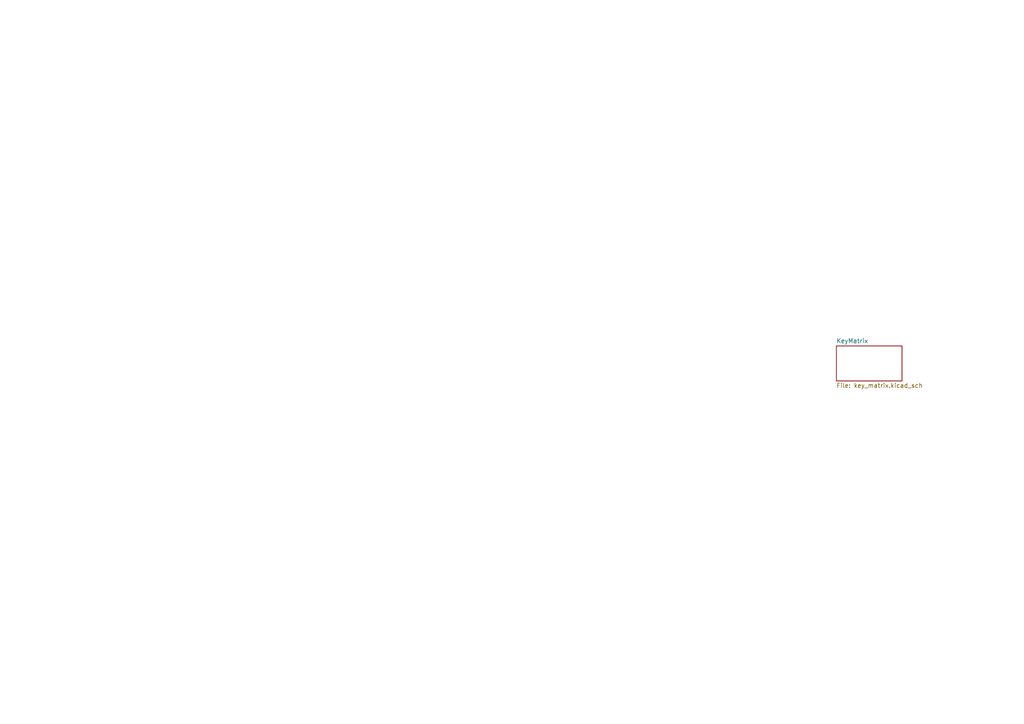
<source format=kicad_sch>
(kicad_sch
	(version 20231120)
	(generator "eeschema")
	(generator_version "8.0")
	(uuid "e20b4bcd-050f-4f09-93c0-c3407b1bfd64")
	(paper "A4")
	(title_block
		(title "Keyboard")
		(date "2024-06-29")
		(rev "v1.2")
		(company "Sebastian Fromm")
	)
	(lib_symbols)
	(sheet
		(at 242.57 100.33)
		(size 19.05 10.16)
		(fields_autoplaced yes)
		(stroke
			(width 0.1524)
			(type solid)
		)
		(fill
			(color 0 0 0 0.0000)
		)
		(uuid "5fa2ba01-f6ff-4bb3-a157-f552b5714e7d")
		(property "Sheetname" "KeyMatrix"
			(at 242.57 99.6184 0)
			(effects
				(font
					(size 1.27 1.27)
				)
				(justify left bottom)
			)
		)
		(property "Sheetfile" "key_matrix.kicad_sch"
			(at 242.57 111.0746 0)
			(effects
				(font
					(size 1.27 1.27)
				)
				(justify left top)
			)
		)
		(instances
			(project "Keyboard"
				(path "/e20b4bcd-050f-4f09-93c0-c3407b1bfd64"
					(page "2")
				)
			)
		)
	)
	(sheet_instances
		(path "/"
			(page "1")
		)
	)
)

</source>
